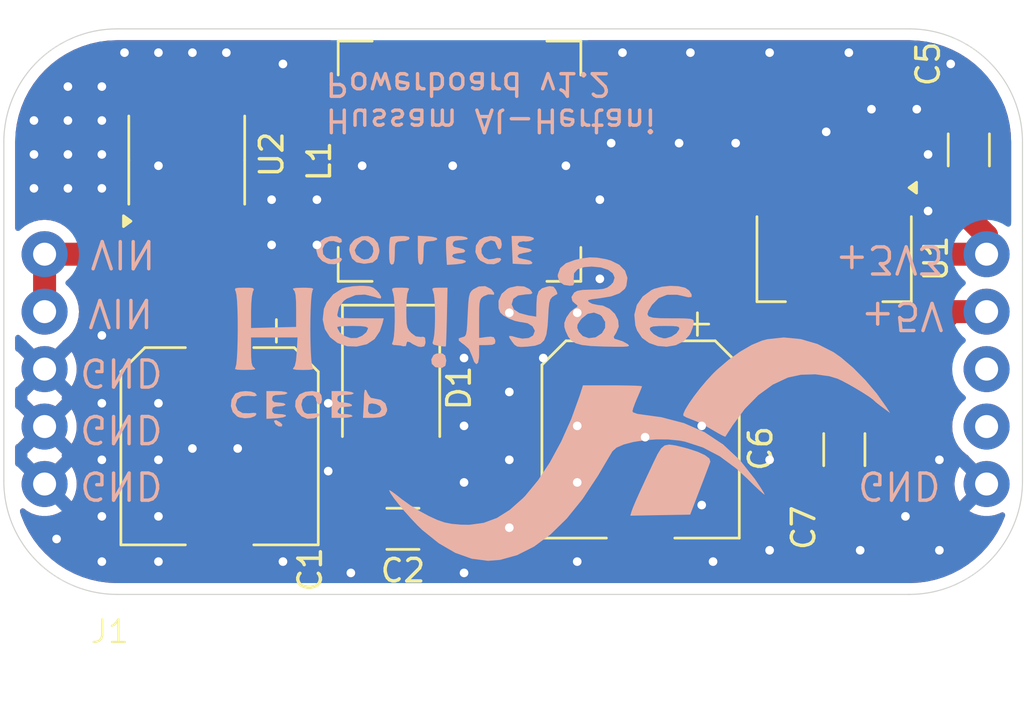
<source format=kicad_pcb>
(kicad_pcb (version 20240108) (generator "pcbnew") (generator_version "8.0")
  (layers (0 "F.Cu" signal) (31 "B.Cu" signal) (34 "B.Paste" user) (35 "F.Paste" user) (36 "B.SilkS" user "B.Silkscreen") (37 "F.SilkS" user "F.Silkscreen") (38 "B.Mask" user) (39 "F.Mask" user) (44 "Edge.Cuts" user))
  (net 0 "")
  (net 1 "VIN")
  (net 2 "GND")
  (net 3 "+3V3")
  (net 4 "+5V")
  (net 5 "/POWA")
  (footprint "Capacitor_SMD:C_1206_3216Metric_Pad1.33x1.80mm_HandSolder" (layer "F.Cu") (at 142.8 65.3 -90)
    (property "Reference" "C5" (at -3.8 1.8 90) (layer "F.SilkS"))
    (property "Value" "22u")
    (fp_line (start -0.711252 0.91) (end 0.711252 0.91) (stroke (width 0.12)) (layer "F.SilkS"))
    (fp_line (start -0.711252 -0.91) (end 0.711252 -0.91) (stroke (width 0.12)) (layer "F.SilkS"))
    (pad "1" smd roundrect (at -1.5625 0 270) (size 1.325 1.8) (layers "F.Cu" "F.Paste" "F.Mask") (roundrect_rratio 0.1886792453) (net 2 "GND"))
    (pad "2" smd roundrect (at 1.5625 0 270) (size 1.325 1.8) (layers "F.Cu" "F.Paste" "F.Mask") (roundrect_rratio 0.1886792453) (net 3 "+3V3"))
  )
  (footprint "Capacitor_SMD:CP_Elec_8x10.5" (layer "F.Cu") (at 109.7 78.4 -90)
    (property "Reference" "C1" (at 5.45 -4 90) (layer "F.SilkS"))
    (property "Value" "330u")
    (fp_line (start -3.295563 4.36) (end 4.36 4.36) (stroke (width 0.12)) (layer "F.SilkS"))
    (fp_line (start 4.36 4.36) (end 4.36 1.51) (stroke (width 0.12)) (layer "F.SilkS"))
    (fp_line (start -4.36 3.295563) (end -3.295563 4.36) (stroke (width 0.12)) (layer "F.SilkS"))
    (fp_line (start -4.36 3.295563) (end -4.36 1.51) (stroke (width 0.12)) (layer "F.SilkS"))
    (fp_line (start -5.6 -2.51) (end -4.6 -2.51) (stroke (width 0.12)) (layer "F.SilkS"))
    (fp_line (start -5.1 -3.01) (end -5.1 -2.01) (stroke (width 0.12)) (layer "F.SilkS"))
    (fp_line (start -4.36 -3.295563) (end -4.36 -1.51) (stroke (width 0.12)) (layer "F.SilkS"))
    (fp_line (start -4.36 -3.295563) (end -3.295563 -4.36) (stroke (width 0.12)) (layer "F.SilkS"))
    (fp_line (start -3.295563 -4.36) (end 4.36 -4.36) (stroke (width 0.12)) (layer "F.SilkS"))
    (fp_line (start 4.36 -4.36) (end 4.36 -1.51) (stroke (width 0.12)) (layer "F.SilkS"))
    (pad "1" smd roundrect (at -3.7 0 270) (size 4.4 2.5) (layers "F.Cu" "F.Paste" "F.Mask") (roundrect_rratio 0.1) (net 1 "VIN"))
    (pad "2" smd roundrect (at 3.7 0 270) (size 4.4 2.5) (layers "F.Cu" "F.Paste" "F.Mask") (roundrect_rratio 0.1) (net 2 "GND"))
  )
  (footprint "Inductor_SMD:L_Bourns-SRN1060" (layer "F.Cu") (at 120.3 65.8 90)
    (property "Reference" "L1" (at 0 -6.2 -90) (layer "F.SilkS"))
    (property "Value" "47u")
    (fp_line (start 5.31 -5.36) (end 3.81 -5.36) (stroke (width 0.12)) (layer "F.SilkS"))
    (fp_line (start 5.31 -5.36) (end 5.31 -3.86) (stroke (width 0.12)) (layer "F.SilkS"))
    (fp_line (start -5.31 -5.36) (end -3.81 -5.36) (stroke (width 0.12)) (layer "F.SilkS"))
    (fp_line (start -5.31 -5.36) (end -5.31 -3.86) (stroke (width 0.12)) (layer "F.SilkS"))
    (fp_line (start 5.31 5.36) (end 5.31 3.86) (stroke (width 0.12)) (layer "F.SilkS"))
    (fp_line (start 5.31 5.36) (end 3.81 5.36) (stroke (width 0.12)) (layer "F.SilkS"))
    (fp_line (start -5.31 5.36) (end -5.31 3.86) (stroke (width 0.12)) (layer "F.SilkS"))
    (fp_line (start -5.31 5.36) (end -3.81 5.36) (stroke (width 0.12)) (layer "F.SilkS"))
    (pad "1" smd rect (at -3.3 0 90) (size 3.5 10.2) (layers "F.Cu" "F.Paste" "F.Mask") (net 5 "/POWA"))
    (pad "2" smd rect (at 3.3 0 90) (size 3.5 10.2) (layers "F.Cu" "F.Paste" "F.Mask") (net 4 "+5V"))
  )
  (footprint "Diode_SMD:D_SMB" (layer "F.Cu") (at 117.2775 75.8225 -90)
    (property "Reference" "D1" (at 0 -3 90) (layer "F.SilkS"))
    (property "Value" "B220")
    (fp_line (start -3.66 2.15) (end 2.15 2.15) (stroke (width 0.12)) (layer "F.SilkS"))
    (fp_line (start -3.66 -2.15) (end -3.66 2.15) (stroke (width 0.12)) (layer "F.SilkS"))
    (fp_line (start -3.66 -2.15) (end 2.15 -2.15) (stroke (width 0.12)) (layer "F.SilkS"))
    (pad "1" smd roundrect (at -2.15 0 270) (size 2.5 2.3) (layers "F.Cu" "F.Paste" "F.Mask") (roundrect_rratio 0.1086956522) (net 5 "/POWA"))
    (pad "2" smd roundrect (at 2.15 0 270) (size 2.5 2.3) (layers "F.Cu" "F.Paste" "F.Mask") (roundrect_rratio 0.1086956522) (net 2 "GND"))
  )
  (footprint "Capacitor_SMD:C_1206_3216Metric_Pad1.33x1.80mm_HandSolder" (layer "F.Cu") (at 117.8 82.05 180)
    (property "Reference" "C2" (at 0 -1.85 180) (layer "F.SilkS"))
    (property "Value" "0.1u")
    (fp_line (start -0.711252 0.91) (end 0.711252 0.91) (stroke (width 0.12)) (layer "F.SilkS"))
    (fp_line (start -0.711252 -0.91) (end 0.711252 -0.91) (stroke (width 0.12)) (layer "F.SilkS"))
    (pad "1" smd roundrect (at -1.5625 0 180) (size 1.325 1.8) (layers "F.Cu" "F.Paste" "F.Mask") (roundrect_rratio 0.1886792453) (net 2 "GND"))
    (pad "2" smd roundrect (at 1.5625 0 180) (size 1.325 1.8) (layers "F.Cu" "F.Paste" "F.Mask") (roundrect_rratio 0.1886792453) (net 1 "VIN"))
  )
  (footprint "Capacitor_SMD:C_1206_3216Metric_Pad1.33x1.80mm_HandSolder" (layer "F.Cu") (at 137.3 78.55 90)
    (property "Reference" "C7" (at -3.45 -1.8 -90) (layer "F.SilkS"))
    (property "Value" "0.1u")
    (fp_line (start -0.711252 -0.91) (end 0.711252 -0.91) (stroke (width 0.12)) (layer "F.SilkS"))
    (fp_line (start -0.711252 0.91) (end 0.711252 0.91) (stroke (width 0.12)) (layer "F.SilkS"))
    (pad "1" smd roundrect (at -1.5625 0 90) (size 1.325 1.8) (layers "F.Cu" "F.Paste" "F.Mask") (roundrect_rratio 0.1886792453) (net 2 "GND"))
    (pad "2" smd roundrect (at 1.5625 0 90) (size 1.325 1.8) (layers "F.Cu" "F.Paste" "F.Mask") (roundrect_rratio 0.1886792453) (net 4 "+5V"))
  )
  (footprint "myparts:PowerBoardTemplate" (layer "F.Cu") (at 125.17 72.45)
    (property "Reference" "J1" (at -20.32 14.145 0) (layer "F.SilkS") (effects (font (thickness 0.1))))
    (property "Value" "PowerBoard")
    (fp_line (start -25 7.5) (end -25 -7.5) (stroke (width 0.05)) (layer "Edge.Cuts"))
    (fp_line (start -20 -12.5) (end 15 -12.5) (stroke (width 0.05)) (layer "Edge.Cuts"))
    (fp_line (start 15 12.5) (end -20 12.5) (stroke (width 0.05)) (layer "Edge.Cuts"))
    (fp_line (start 20 -7.5) (end 20 7.5) (stroke (width 0.05)) (layer "Edge.Cuts"))
    (fp_arc (start -25 -7.5) (mid -23.535534 -11.035534) (end -20 -12.5) (stroke (width 0.05)) (layer "Edge.Cuts"))
    (fp_arc (start -20 12.5) (mid -23.535534 11.035534) (end -25 7.5) (stroke (width 0.05)) (layer "Edge.Cuts"))
    (fp_arc (start 15 -12.5) (mid 18.535534 -11.035534) (end 20 -7.5) (stroke (width 0.05)) (layer "Edge.Cuts"))
    (fp_arc (start 20 7.5) (mid 18.535534 11.035534) (end 15 12.5) (stroke (width 0.05)) (layer "Edge.Cuts"))
    (pad "1" thru_hole circle (at -23.2 -2.54) (size 2.032 2.032) (drill 1.016) (layers "*.Cu" "*.Mask") (net 1 "VIN"))
    (pad "2" thru_hole circle (at -23.2 0) (size 2.032 2.032) (drill 1.016) (layers "*.Cu" "*.Mask") (net 1 "VIN"))
    (pad "3" thru_hole circle (at -23.2 2.54) (size 2.032 2.032) (drill 1.016) (layers "*.Cu" "*.Mask") (net 2 "GND"))
    (pad "4" thru_hole circle (at -23.2 5.08) (size 2.032 2.032) (drill 1.016) (layers "*.Cu" "*.Mask") (net 2 "GND"))
    (pad "5" thru_hole circle (at -23.2 7.62) (size 2.032 2.032) (drill 1.016) (layers "*.Cu" "*.Mask") (net 2 "GND"))
    (pad "6" thru_hole circle (at 18.415 7.62) (size 2.032 2.032) (drill 1.016) (layers "*.Cu" "*.Mask") (net 2 "GND"))
    (pad "7" thru_hole circle (at 18.415 5.08) (size 2.032 2.032) (drill 1.016) (layers "*.Cu" "*.Mask"))
    (pad "8" thru_hole circle (at 18.415 2.54) (size 2.032 2.032) (drill 1.016) (layers "*.Cu" "*.Mask"))
    (pad "9" thru_hole circle (at 18.415 0) (size 2.032 2.032) (drill 1.016) (layers "*.Cu" "*.Mask") (net 4 "+5V"))
    (pad "10" thru_hole circle (at 18.415 -2.54) (size 2.032 2.032) (drill 1.016) (layers "*.Cu" "*.Mask") (net 3 "+3V3"))
  )
  (footprint "Package_TO_SOT_SMD:SOT-223-3_TabPin2" (layer "F.Cu") (at 136.85 70.1 -90)
    (property "Reference" "U1" (at 0 -4.5 90) (layer "F.SilkS"))
    (property "Value" "LM1117MP-3.3")
    (fp_line (start -1.85 3.41) (end 1.91 3.41) (stroke (width 0.12)) (layer "F.SilkS"))
    (fp_line (start 1.91 3.41) (end 1.91 2.15) (stroke (width 0.12)) (layer "F.SilkS"))
    (fp_line (start -1.85 -3.41) (end 1.91 -3.41) (stroke (width 0.12)) (layer "F.SilkS"))
    (fp_line (start 1.91 -3.41) (end 1.91 -2.15) (stroke (width 0.12)) (layer "F.SilkS"))
    (fp_poly (pts (xy -3.13 -3.31) (xy -3.37 -3.64) (xy -2.89 -3.64) (xy -3.13 -3.31)) (stroke (width 0.12)) (fill solid) (layer "F.SilkS"))
    (pad "1" smd roundrect (at -3.15 -2.3 270) (size 2 1.5) (layers "F.Cu" "F.Paste" "F.Mask") (net 2 "GND"))
    (pad "2" smd roundrect (at -3.15 0 270) (size 2 1.5) (layers "F.Cu" "F.Paste" "F.Mask") (net 3 "+3V3"))
    (pad "2" smd roundrect (at 3.15 0 270) (size 2 3.8) (layers "F.Cu" "F.Paste" "F.Mask") (net 3 "+3V3"))
    (pad "3" smd roundrect (at -3.15 2.3 270) (size 2 1.5) (layers "F.Cu" "F.Paste" "F.Mask") (net 4 "+5V"))
  )
  (footprint "Capacitor_SMD:CP_Elec_8x10.5" (layer "F.Cu") (at 128.3 78.1 -90)
    (property "Reference" "C6" (at 0.4 -5.3 90) (layer "F.SilkS"))
    (property "Value" "330u")
    (fp_line (start -3.295563 4.36) (end 4.36 4.36) (stroke (width 0.12)) (layer "F.SilkS"))
    (fp_line (start 4.36 4.36) (end 4.36 1.51) (stroke (width 0.12)) (layer "F.SilkS"))
    (fp_line (start -4.36 3.295563) (end -3.295563 4.36) (stroke (width 0.12)) (layer "F.SilkS"))
    (fp_line (start -4.36 3.295563) (end -4.36 1.51) (stroke (width 0.12)) (layer "F.SilkS"))
    (fp_line (start -5.6 -2.51) (end -4.6 -2.51) (stroke (width 0.12)) (layer "F.SilkS"))
    (fp_line (start -5.1 -3.01) (end -5.1 -2.01) (stroke (width 0.12)) (layer "F.SilkS"))
    (fp_line (start -4.36 -3.295563) (end -4.36 -1.51) (stroke (width 0.12)) (layer "F.SilkS"))
    (fp_line (start -4.36 -3.295563) (end -3.295563 -4.36) (stroke (width 0.12)) (layer "F.SilkS"))
    (fp_line (start -3.295563 -4.36) (end 4.36 -4.36) (stroke (width 0.12)) (layer "F.SilkS"))
    (fp_line (start 4.36 -4.36) (end 4.36 -1.51) (stroke (width 0.12)) (layer "F.SilkS"))
    (pad "1" smd roundrect (at -3.7 0 270) (size 4.4 2.5) (layers "F.Cu" "F.Paste" "F.Mask") (roundrect_rratio 0.1) (net 4 "+5V"))
    (pad "2" smd roundrect (at 3.7 0 270) (size 4.4 2.5) (layers "F.Cu" "F.Paste" "F.Mask") (roundrect_rratio 0.1) (net 2 "GND"))
  )
  (footprint "Package_SO:SOP-8_3.9x4.9mm_P1.27mm" (layer "F.Cu") (at 108.25 65.75 90)
    (property "Reference" "U2" (at 0.25 3.75 90) (layer "F.SilkS"))
    (property "Value" "AP1509-50SG-13")
    (fp_line (start 0 -2.56) (end 1.95 -2.56) (stroke (width 0.12)) (layer "F.SilkS"))
    (fp_line (start 0 -2.56) (end -1.95 -2.56) (stroke (width 0.12)) (layer "F.SilkS"))
    (fp_line (start 0 2.56) (end 1.95 2.56) (stroke (width 0.12)) (layer "F.SilkS"))
    (fp_line (start 0 2.56) (end -1.95 2.56) (stroke (width 0.12)) (layer "F.SilkS"))
    (fp_poly (pts (xy -2.7 -2.465) (xy -2.94 -2.795) (xy -2.46 -2.795) (xy -2.7 -2.465)) (stroke (width 0.12)) (fill solid) (layer "F.SilkS"))
    (pad "1" smd roundrect (at -2.625 -1.905 90) (size 1.65 0.6) (layers "F.Cu" "F.Paste" "F.Mask") (net 1 "VIN"))
    (pad "2" smd roundrect (at -2.625 -0.635 90) (size 1.65 0.6) (layers "F.Cu" "F.Paste" "F.Mask") (net 5 "/POWA"))
    (pad "3" smd roundrect (at -2.625 0.635 90) (size 1.65 0.6) (layers "F.Cu" "F.Paste" "F.Mask") (net 4 "+5V"))
    (pad "4" smd roundrect (at -2.625 1.905 90) (size 1.65 0.6) (layers "F.Cu" "F.Paste" "F.Mask") (net 2 "GND"))
    (pad "5" smd roundrect (at 2.625 1.905 90) (size 1.65 0.6) (layers "F.Cu" "F.Paste" "F.Mask") (net 2 "GND"))
    (pad "6" smd roundrect (at 2.625 0.635 90) (size 1.65 0.6) (layers "F.Cu" "F.Paste" "F.Mask") (net 2 "GND"))
    (pad "7" smd roundrect (at 2.625 -0.635 90) (size 1.65 0.6) (layers "F.Cu" "F.Paste" "F.Mask") (net 2 "GND"))
    (pad "8" smd roundrect (at 2.625 -1.905 90) (size 1.65 0.6) (layers "F.Cu" "F.Paste" "F.Mask") (net 2 "GND"))
  )
  (footprint "logos:heritage-logo" (layer "B.Cu") (at 124.3 76.3)
    (property "Reference" "G***" (hide yes))
    (property "Value" "LOGO" (hide yes))
    (fp_poly (pts (xy -11.851975 1.226827) (xy -11.826602 1.140513) (xy -11.911767 1.052898) (xy -12.094428 0.945243) (xy -12.184465 0.964965) (xy -12.192 1.005633) (xy -12.127249 1.130936) (xy -11.987743 1.223178) (xy -11.8556 1.228936)) (fill solid) (layer "B.SilkS"))
    (fp_poly (pts (xy -4.622485 -1.458229) (xy -4.584874 -1.675991) (xy -4.587759 -1.713918) (xy -4.633788 -1.91397) (xy -4.747001 -1.999623) (xy -4.826595 -2.014472) (xy -5.030196 -1.994721) (xy -5.144095 -1.934039) (xy -5.248309 -1.740397) (xy -5.225812 -1.544079) (xy -5.088716 -1.407174) (xy -5.037856 -1.389482) (xy -4.770974 -1.364532)) (fill solid) (layer "B.SilkS"))
    (fp_poly (pts (xy -5.641257 -5.96568) (xy -5.601664 -6.103981) (xy -5.58825 -6.373459) (xy -5.588 -6.434667) (xy -5.584665 -6.718667) (xy -5.552078 -6.87483) (xy -5.456367 -6.944588) (xy -5.26366 -6.969374) (xy -5.145139 -6.976369) (xy -5.007618 -7.025636) (xy -4.975806 -7.069667) (xy -5.03872 -7.121108) (xy -5.224815 -7.163038) (xy -5.3975 -7.179925) (xy -5.842 -7.205516) (xy -5.842 -6.566091) (xy -5.835423 -6.229814) (xy -5.811647 -6.031939) (xy -5.764599 -5.9419) (xy -5.715 -5.926667)) (fill solid) (layer "B.SilkS"))
    (fp_poly (pts (xy -6.911257 -5.96568) (xy -6.871664 -6.103981) (xy -6.85825 -6.373459) (xy -6.858 -6.434667) (xy -6.854627 -6.719232) (xy -6.821259 -6.875767) (xy -6.723018 -6.945504) (xy -6.52503 -6.969677) (xy -6.399811 -6.976369) (xy -6.247741 -7.031985) (xy -6.202255 -7.090834) (xy -6.236818 -7.158986) (xy -6.411035 -7.191862) (xy -6.582833 -7.196667) (xy -6.835799 -7.186044) (xy -7.012913 -7.159011) (xy -7.055555 -7.140222) (xy -7.083949 -7.032773) (xy -7.10422 -6.805198) (xy -7.112 -6.506662) (xy -7.112 -6.505222) (xy -7.104219 -6.187612) (xy -7.076295 -6.007511) (xy -7.021357 -5.933615) (xy -6.985 -5.926667)) (fill solid) (layer "B.SilkS"))
    (fp_poly (pts (xy -4.604029 -2.310415) (xy -4.595678 -2.397127) (xy -4.585315 -2.623541) (xy -4.573998 -2.960053) (xy -4.562783 -3.377059) (xy -4.55725 -3.620257) (xy -4.529666 -4.910903) (xy -4.892479 -4.910785) (xy -5.114626 -4.903591) (xy -5.201614 -4.868702) (xy -5.187456 -4.785861) (xy -5.167645 -4.7469) (xy -5.128179 -4.585213) (xy -5.100711 -4.300267) (xy -5.085433 -3.937723) (xy -5.082533 -3.543245) (xy -5.0922 -3.162493) (xy -5.114626 -2.841129) (xy -5.149998 -2.624816) (xy -5.158726 -2.597959) (xy -5.195429 -2.459223) (xy -5.139619 -2.388549) (xy -4.954997 -2.345105) (xy -4.930338 -2.341057) (xy -4.725554 -2.313247) (xy -4.610842 -2.308021)) (fill solid) (layer "B.SilkS"))
    (fp_poly (pts (xy 4.867033 5.145682) (xy 6.190861 5.122333) (xy 6.613631 4.021666) (xy 6.77119 3.609931) (xy 6.909072 3.246745) (xy 7.014671 2.965528) (xy 7.075377 2.799699) (xy 7.082516 2.778796) (xy 7.041866 2.644725) (xy 6.850942 2.497634) (xy 6.527299 2.347043) (xy 6.088489 2.202472) (xy 5.951701 2.165487) (xy 5.54964 2.065975) (xy 5.266132 2.025405) (xy 5.063559 2.062338) (xy 4.904301 2.19534) (xy 4.75074 2.442975) (xy 4.565257 2.823805) (xy 4.549365 2.8575) (xy 4.226038 3.547212) (xy 3.973741 4.094776) (xy 3.788213 4.509718) (xy 3.665193 4.801563) (xy 3.601466 4.976349) (xy 3.543204 5.169031)) (fill solid) (layer "B.SilkS"))
    (fp_poly (pts (xy -9.274356 -6.040743) (xy -9.187848 -6.152888) (xy -9.231651 -6.227014) (xy -9.366836 -6.23082) (xy -9.45975 -6.194587) (xy -9.678117 -6.161139) (xy -9.894558 -6.242886) (xy -10.023143 -6.397176) (xy -10.04495 -6.636425) (xy -9.948546 -6.838289) (xy -9.773056 -6.963473) (xy -9.557606 -6.972684) (xy -9.480917 -6.94173) (xy -9.30351 -6.88799) (xy -9.198174 -6.926225) (xy -9.204974 -7.034367) (xy -9.234922 -7.077205) (xy -9.420523 -7.182179) (xy -9.678218 -7.191735) (xy -9.944727 -7.112177) (xy -10.121515 -6.988849) (xy -10.265902 -6.782502) (xy -10.329211 -6.569339) (xy -10.329333 -6.561667) (xy -10.254633 -6.292711) (xy -10.062235 -6.084194) (xy -9.799693 -5.959597) (xy -9.514558 -5.9424)) (fill solid) (layer "B.SilkS"))
    (fp_poly (pts (xy -13.231986 0.843006) (xy -13.040214 0.771434) (xy -12.974346 0.696251) (xy -12.99375 0.631056) (xy -13.133449 0.623148) (xy -13.270318 0.641247) (xy -13.578368 0.634754) (xy -13.791111 0.514742) (xy -13.883419 0.297033) (xy -13.885333 0.254) (xy -13.815339 0.022905) (xy -13.62159 -0.110823) (xy -13.328435 -0.13191) (xy -13.281127 -0.125051) (xy -13.061325 -0.106926) (xy -12.957462 -0.139866) (xy -12.954 -0.152833) (xy -13.027637 -0.254784) (xy -13.212057 -0.317678) (xy -13.452526 -0.338197) (xy -13.694306 -0.313022) (xy -13.882663 -0.238834) (xy -13.916072 -0.211166) (xy -14.072003 0.042463) (xy -14.10273 0.326366) (xy -14.017403 0.589822) (xy -13.825172 0.782106) (xy -13.729171 0.82493) (xy -13.482607 0.864413)) (fill solid) (layer "B.SilkS"))
    (fp_poly (pts (xy -2.247023 -6.040743) (xy -2.155587 -6.150673) (xy -2.200205 -6.218425) (xy -2.349057 -6.224009) (xy -2.48029 -6.187273) (xy -2.723777 -6.162337) (xy -2.911024 -6.259279) (xy -3.020293 -6.434197) (xy -3.029848 -6.643188) (xy -2.917951 -6.842351) (xy -2.836987 -6.907691) (xy -2.605529 -7.00135) (xy -2.437402 -6.950944) (xy -2.356067 -6.775157) (xy -2.29981 -6.632799) (xy -2.243666 -6.597293) (xy -2.160627 -6.666314) (xy -2.1316 -6.824766) (xy -2.162466 -6.999733) (xy -2.205201 -7.074327) (xy -2.3833 -7.173125) (xy -2.641305 -7.194148) (xy -2.910721 -7.141173) (xy -3.116702 -7.024035) (xy -3.276922 -6.772042) (xy -3.299552 -6.482529) (xy -3.186946 -6.212921) (xy -3.078915 -6.102145) (xy -2.783139 -5.955447) (xy -2.474495 -5.943603)) (fill solid) (layer "B.SilkS"))
    (fp_poly (pts (xy -10.427919 0.866001) (xy -10.377542 0.8489) (xy -10.197413 0.75305) (xy -10.175836 0.677945) (xy -10.302042 0.642284) (xy -10.49032 0.653085) (xy -10.718849 0.666889) (xy -10.847584 0.613959) (xy -10.920853 0.510142) (xy -10.985437 0.257699) (xy -10.926965 0.030269) (xy -10.763099 -0.117216) (xy -10.713856 -0.133682) (xy -10.474112 -0.146005) (xy -10.349143 -0.033944) (xy -10.329333 0.089663) (xy -10.2751 0.224149) (xy -10.202333 0.254) (xy -10.107921 0.186521) (xy -10.073469 0.03022) (xy -10.098093 -0.145704) (xy -10.180908 -0.272051) (xy -10.209258 -0.287275) (xy -10.504879 -0.341378) (xy -10.81347 -0.308436) (xy -11.057768 -0.198779) (xy -11.091333 -0.169334) (xy -11.245569 0.080744) (xy -11.261801 0.345577) (xy -11.164091 0.590843) (xy -10.9765 0.782218) (xy -10.723089 0.885378)) (fill solid) (layer "B.SilkS"))
    (fp_poly (pts (xy -12.064967 0.859989) (xy -11.797778 0.824429) (xy -11.66656 0.77109) (xy -11.679109 0.717857) (xy -11.843224 0.682617) (xy -11.98533 0.677333) (xy -12.187464 0.657674) (xy -12.267963 0.581295) (xy -12.276666 0.508) (xy -12.243518 0.391292) (xy -12.114111 0.344202) (xy -11.980333 0.338666) (xy -11.784466 0.317401) (xy -11.686559 0.265111) (xy -11.684 0.254) (xy -11.758429 0.198038) (xy -11.941443 0.170064) (xy -11.980333 0.169333) (xy -12.184572 0.150391) (xy -12.26698 0.076444) (xy -12.276666 0) (xy -12.248266 -0.110784) (xy -12.133477 -0.159746) (xy -11.938 -0.169334) (xy -11.725926 -0.188112) (xy -11.607969 -0.235021) (xy -11.599333 -0.254) (xy -11.675885 -0.300367) (xy -11.873358 -0.33112) (xy -12.065 -0.338667) (xy -12.530666 -0.338667) (xy -12.530782 0.275166) (xy -12.530897 0.889)) (fill solid) (layer "B.SilkS"))
    (fp_poly (pts (xy -7.839835 -6.021122) (xy -7.634362 -6.184175) (xy -7.544189 -6.468191) (xy -7.538026 -6.582834) (xy -7.60468 -6.876463) (xy -7.784644 -7.083989) (xy -8.038172 -7.191749) (xy -8.32552 -7.186082) (xy -8.606941 -7.053323) (xy -8.691643 -6.979388) (xy -8.840042 -6.790343) (xy -8.870968 -6.599127) (xy -8.866081 -6.566368) (xy -8.628077 -6.566368) (xy -8.523939 -6.778625) (xy -8.450702 -6.854702) (xy -8.291748 -6.988939) (xy -8.17594 -7.011414) (xy -8.025444 -6.928841) (xy -7.977505 -6.895533) (xy -7.832701 -6.718797) (xy -7.80566 -6.513125) (xy -7.874378 -6.321907) (xy -8.016849 -6.18853) (xy -8.211069 -6.156383) (xy -8.33159 -6.197368) (xy -8.563992 -6.372792) (xy -8.628077 -6.566368) (xy -8.866081 -6.566368) (xy -8.855237 -6.493688) (xy -8.748378 -6.198868) (xy -8.555051 -6.031828) (xy -8.246495 -5.970517) (xy -8.170954 -5.969)) (fill solid) (layer "B.SilkS"))
    (fp_poly (pts (xy -0.798257 -5.965783) (xy -0.781081 -6.027776) (xy -0.881579 -6.10675) (xy -1.08269 -6.159604) (xy -1.128378 -6.164611) (xy -1.363582 -6.21839) (xy -1.443327 -6.305268) (xy -1.368353 -6.392951) (xy -1.139397 -6.449144) (xy -1.121833 -6.450723) (xy -0.917593 -6.487597) (xy -0.809484 -6.546056) (xy -0.804333 -6.561667) (xy -0.879225 -6.622329) (xy -1.064892 -6.666525) (xy -1.121833 -6.672611) (xy -1.358075 -6.723058) (xy -1.439331 -6.820193) (xy -1.439333 -6.820778) (xy -1.366695 -6.924631) (xy -1.181473 -6.960804) (xy -1.070732 -6.94977) (xy -0.936636 -6.962286) (xy -0.836669 -6.988173) (xy -0.711686 -7.055486) (xy -0.735616 -7.119491) (xy -0.888197 -7.169618) (xy -1.149163 -7.195296) (xy -1.236372 -7.196667) (xy -1.700752 -7.196667) (xy -1.675876 -6.582834) (xy -1.651 -5.969) (xy -1.19787 -5.94311) (xy -0.92782 -5.937904)) (fill solid) (layer "B.SilkS"))
    (fp_poly (pts (xy -8.931318 0.832748) (xy -8.762177 0.796844) (xy -8.720666 0.762) (xy -8.795868 0.709375) (xy -8.984112 0.679733) (xy -9.065541 0.677333) (xy -9.2866 0.664476) (xy -9.377645 0.613976) (xy -9.381528 0.529166) (xy -9.284434 0.401622) (xy -9.184819 0.368833) (xy -8.958287 0.353502) (xy -8.863836 0.347666) (xy -8.746232 0.316373) (xy -8.759117 0.260898) (xy -8.870501 0.204737) (xy -9.04839 0.171385) (xy -9.106663 0.169333) (xy -9.308797 0.149674) (xy -9.389296 0.073295) (xy -9.398 0) (xy -9.37342 -0.105285) (xy -9.271066 -0.155417) (xy -9.048019 -0.169223) (xy -9.012003 -0.169334) (xy -8.776679 -0.185436) (xy -8.675633 -0.229652) (xy -8.678333 -0.254) (xy -8.785819 -0.301097) (xy -9.006333 -0.331836) (xy -9.19133 -0.338667) (xy -9.652 -0.338667) (xy -9.652 0.254) (xy -9.652 0.846666) (xy -9.186333 0.846666)) (fill solid) (layer "B.SilkS"))
    (fp_poly (pts (xy -7.49179 0.817995) (xy -7.28932 0.722872) (xy -7.203385 0.547639) (xy -7.196666 0.454781) (xy -7.271375 0.21019) (xy -7.471168 0.048399) (xy -7.71281 0) (xy -7.921608 -0.043102) (xy -8.038034 -0.198133) (xy -8.043333 -0.211667) (xy -8.128118 -0.387067) (xy -8.185208 -0.395523) (xy -8.214056 -0.237238) (xy -8.217289 -0.148167) (xy -8.225838 0.122775) (xy -8.240918 0.434804) (xy -8.243578 0.479778) (xy -8.043333 0.479778) (xy -8.024037 0.304943) (xy -7.993244 0.232133) (xy -7.869491 0.205069) (xy -7.684286 0.239057) (xy -7.525907 0.316069) (xy -7.50914 0.330993) (xy -7.45331 0.471757) (xy -7.532036 0.598997) (xy -7.71273 0.672045) (xy -7.786676 0.677333) (xy -7.970397 0.654176) (xy -8.037759 0.559248) (xy -8.043333 0.479778) (xy -8.243578 0.479778) (xy -8.243995 0.486833) (xy -8.266079 0.846666) (xy -7.832973 0.846666)) (fill solid) (layer "B.SilkS"))
    (fp_poly (pts (xy -4.139826 -5.943677) (xy -3.868596 -5.979818) (xy -3.727733 -6.036976) (xy -3.727443 -6.098965) (xy -3.877934 -6.149598) (xy -4.0005 -6.164611) (xy -4.236189 -6.217918) (xy -4.328248 -6.303733) (xy -4.274851 -6.387095) (xy -4.07417 -6.433042) (xy -4.014611 -6.434667) (xy -3.804989 -6.465737) (xy -3.742733 -6.537264) (xy -3.822409 -6.61672) (xy -4.038587 -6.671576) (xy -4.054455 -6.673245) (xy -4.247951 -6.717473) (xy -4.304376 -6.810387) (xy -4.300775 -6.842578) (xy -4.269244 -6.934754) (xy -4.189504 -6.983589) (xy -4.014545 -7.007342) (xy -3.852333 -7.01675) (xy -3.669723 -7.045046) (xy -3.630603 -7.093104) (xy -3.712947 -7.14493) (xy -3.894728 -7.184531) (xy -4.100125 -7.196667) (xy -4.382336 -7.184391) (xy -4.532783 -7.140757) (xy -4.586958 -7.059562) (xy -4.597171 -6.903547) (xy -4.595011 -6.643492) (xy -4.585437 -6.420406) (xy -4.55654 -5.918354)) (fill solid) (layer "B.SilkS"))
    (fp_poly (pts (xy -5.555778 -2.319019) (xy -5.506017 -2.450683) (xy -5.503333 -2.528259) (xy -5.522781 -2.697841) (xy -5.610917 -2.743655) (xy -5.709945 -2.731022) (xy -5.931454 -2.758059) (xy -6.133278 -2.908248) (xy -6.235574 -3.023024) (xy -6.29942 -3.146145) (xy -6.333786 -3.319336) (xy -6.347644 -3.584321) (xy -6.35 -3.916218) (xy -6.33839 -4.350413) (xy -6.304917 -4.652831) (xy -6.251612 -4.805613) (xy -6.2484 -4.809067) (xy -6.223959 -4.86941) (xy -6.32022 -4.900934) (xy -6.560321 -4.910625) (xy -6.584971 -4.910667) (xy -6.839518 -4.906851) (xy -6.959544 -4.881232) (xy -6.979857 -4.812549) (xy -6.940571 -4.693488) (xy -6.901299 -4.500772) (xy -6.87513 -4.194305) (xy -6.861957 -3.819748) (xy -6.861673 -3.422763) (xy -6.87417 -3.049009) (xy -6.899341 -2.744149) (xy -6.937079 -2.553844) (xy -6.945645 -2.534434) (xy -6.987131 -2.413122) (xy -6.903453 -2.373117) (xy -6.82557 -2.370667) (xy -6.605583 -2.350018) (xy -6.483925 -2.319275) (xy -6.370727 -2.327135) (xy -6.35 -2.403942) (xy -6.316667 -2.520467) (xy -6.205045 -2.506625) (xy -6.058651 -2.410307) (xy -5.845349 -2.309909) (xy -5.698818 -2.286)) (fill solid) (layer "B.SilkS"))
    (fp_poly (pts (xy -3.179744 -1.590387) (xy -3.136846 -1.815369) (xy -3.132666 -1.947334) (xy -3.132666 -2.370667) (xy -2.808111 -2.370667) (xy -2.552134 -2.3841) (xy -2.43205 -2.438609) (xy -2.415578 -2.555509) (xy -2.429713 -2.620506) (xy -2.487512 -2.719469) (xy -2.621331 -2.747712) (xy -2.801505 -2.731456) (xy -3.132666 -2.687038) (xy -3.132666 -3.5429) (xy -3.13014 -3.933707) (xy -3.117733 -4.190964) (xy -3.088207 -4.350434) (xy -3.034323 -4.447881) (xy -2.948841 -4.519067) (xy -2.93293 -4.529636) (xy -2.739107 -4.608991) (xy -2.594263 -4.607196) (xy -2.477069 -4.597838) (xy -2.4711 -4.68036) (xy -2.574183 -4.820883) (xy -2.610167 -4.855211) (xy -2.862121 -4.978846) (xy -3.15284 -4.963039) (xy -3.398453 -4.833787) (xy -3.486219 -4.749921) (xy -3.546305 -4.643697) (xy -3.586113 -4.480831) (xy -3.613046 -4.227042) (xy -3.634504 -3.848045) (xy -3.640666 -3.711953) (xy -3.660749 -3.296965) (xy -3.682066 -3.021436) (xy -3.711638 -2.855591) (xy -3.756489 -2.769653) (xy -3.823638 -2.733849) (xy -3.8735 -2.724612) (xy -4.034774 -2.669231) (xy -4.031946 -2.572274) (xy -3.865035 -2.433842) (xy -3.804243 -2.39662) (xy -3.58229 -2.194813) (xy -3.448016 -1.883834) (xy -3.351073 -1.621449) (xy -3.256401 -1.52469)) (fill solid) (layer "B.SilkS"))
    (fp_poly (pts (xy 7.741672 1.67922) (xy 7.795519 1.598714) (xy 7.913905 1.415852) (xy 8.061545 1.185333) (xy 8.601946 0.450767) (xy 9.200442 -0.156913) (xy 9.840834 -0.623672) (xy 10.506926 -0.935478) (xy 10.510949 -0.936847) (xy 11.086596 -1.060786) (xy 11.720439 -1.07923) (xy 12.339647 -0.99395) (xy 12.7 -0.88365) (xy 12.912138 -0.784912) (xy 13.197517 -0.632154) (xy 13.515829 -0.449493) (xy 13.826768 -0.261047) (xy 14.090024 -0.090932) (xy 14.265291 0.036734) (xy 14.308667 0.078862) (xy 14.396727 0.158896) (xy 14.573494 0.298712) (xy 14.688995 0.385476) (xy 15.02699 0.635) (xy 14.865795 0.381) (xy 14.436632 -0.224475) (xy 13.931412 -0.82216) (xy 13.38917 -1.371396) (xy 12.84894 -1.831525) (xy 12.521063 -2.061233) (xy 11.814415 -2.420476) (xy 11.07196 -2.638434) (xy 10.323258 -2.710367) (xy 9.59787 -2.631535) (xy 9.358078 -2.568405) (xy 8.905079 -2.379207) (xy 8.394605 -2.082425) (xy 7.869444 -1.706936) (xy 7.372384 -1.281616) (xy 7.196667 -1.109775) (xy 6.903886 -0.792675) (xy 6.616151 -0.448384) (xy 6.351944 -0.103243) (xy 6.129745 0.216406) (xy 5.968035 0.484223) (xy 5.885295 0.673868) (xy 5.889748 0.752953) (xy 6.018101 0.82548) (xy 6.232076 0.909714) (xy 6.275603 0.924075) (xy 6.5007 1.016975) (xy 6.80532 1.169618) (xy 7.126481 1.350283) (xy 7.150493 1.36469) (xy 7.41974 1.522138) (xy 7.626409 1.633674) (xy 7.734347 1.680062)) (fill solid) (layer "B.SilkS"))
    (fp_poly (pts (xy -8.089986 -2.410694) (xy -7.754073 -2.633616) (xy -7.518715 -2.986717) (xy -7.405431 -3.323167) (xy -7.347643 -3.556) (xy -8.372821 -3.556) (xy -8.804241 -3.557736) (xy -9.094221 -3.56594) (xy -9.270645 -3.58511) (xy -9.361396 -3.619744) (xy -9.394356 -3.674338) (xy -9.398 -3.72135) (xy -9.32042 -4.05036) (xy -9.11433 -4.328161) (xy -8.988619 -4.419281) (xy -8.593247 -4.580567) (xy -8.1843 -4.604653) (xy -7.72258 -4.492258) (xy -7.598833 -4.44476) (xy -7.475442 -4.429958) (xy -7.461085 -4.513198) (xy -7.551003 -4.667124) (xy -7.658485 -4.787515) (xy -7.802582 -4.905768) (xy -7.970353 -4.968228) (xy -8.219349 -4.990783) (xy -8.399318 -4.992019) (xy -8.729113 -4.971665) (xy -9.028249 -4.92249) (xy -9.186333 -4.873284) (xy -9.582009 -4.614575) (xy -9.870644 -4.262166) (xy -9.992718 -3.971715) (xy -10.044508 -3.498359) (xy -9.969971 -3.169434) (xy -9.398 -3.169434) (xy -9.320022 -3.191679) (xy -9.1128 -3.20843) (xy -8.816403 -3.216853) (xy -8.720666 -3.217334) (xy -8.362925 -3.209783) (xy -8.149025 -3.184336) (xy -8.054032 -3.136801) (xy -8.043333 -3.103456) (xy -8.1165 -2.941748) (xy -8.299477 -2.786758) (xy -8.535939 -2.685357) (xy -8.804991 -2.680988) (xy -9.072141 -2.771738) (xy -9.28559 -2.928519) (xy -9.39354 -3.122246) (xy -9.398 -3.169434) (xy -9.969971 -3.169434) (xy -9.948442 -3.074426) (xy -9.723774 -2.721982) (xy -9.389755 -2.46309) (xy -8.965638 -2.319814) (xy -8.539477 -2.306272)) (fill solid) (layer "B.SilkS"))
    (fp_poly (pts (xy 5.551787 -2.366312) (xy 5.896892 -2.536287) (xy 6.157282 -2.810083) (xy 6.211349 -2.908406) (xy 6.304088 -3.149724) (xy 6.349173 -3.357143) (xy 6.35 -3.378296) (xy 6.341643 -3.453235) (xy 6.29781 -3.503481) (xy 6.190356 -3.533955) (xy 5.991137 -3.54958) (xy 5.672011 -3.555279) (xy 5.334 -3.556) (xy 4.863256 -3.561) (xy 4.545259 -3.584026) (xy 4.363526 -3.637122) (xy 4.301576 -3.732329) (xy 4.342929 -3.881691) (xy 4.471103 -4.097249) (xy 4.511034 -4.157313) (xy 4.799012 -4.4468) (xy 5.171111 -4.595052) (xy 5.611302 -4.597378) (xy 5.839252 -4.546113) (xy 6.118646 -4.482204) (xy 6.25486 -4.501513) (xy 6.255275 -4.609769) (xy 6.147564 -4.785362) (xy 5.967884 -4.906014) (xy 5.67522 -4.974677) (xy 5.317977 -4.990629) (xy 4.944558 -4.953145) (xy 4.603366 -4.861502) (xy 4.488017 -4.810169) (xy 4.09137 -4.521376) (xy 3.833105 -4.147757) (xy 3.721837 -3.713274) (xy 3.766181 -3.241885) (xy 3.81679 -3.092285) (xy 4.402667 -3.092285) (xy 4.436335 -3.156978) (xy 4.55711 -3.195642) (xy 4.794645 -3.213816) (xy 5.072074 -3.217334) (xy 5.405788 -3.213788) (xy 5.601937 -3.197955) (xy 5.692228 -3.162039) (xy 5.708369 -3.098243) (xy 5.701041 -3.062691) (xy 5.584077 -2.894126) (xy 5.367066 -2.751479) (xy 5.118745 -2.674255) (xy 5.019501 -2.670998) (xy 4.795222 -2.73243) (xy 4.580544 -2.856757) (xy 4.433872 -3.004088) (xy 4.402667 -3.092285) (xy 3.81679 -3.092285) (xy 3.842754 -3.015534) (xy 4.059771 -2.691354) (xy 4.37596 -2.462679) (xy 4.754544 -2.331171) (xy 5.158745 -2.298494)) (fill solid) (layer "B.SilkS"))
    (fp_poly (pts (xy -1.003575 -2.303292) (xy -1.000337 -2.303526) (xy -0.659505 -2.344793) (xy -0.419206 -2.428878) (xy -0.260148 -2.582472) (xy -0.163039 -2.832262) (xy -0.108586 -3.204941) (xy -0.084666 -3.570317) (xy -0.062955 -3.963713) (xy -0.034976 -4.224656) (xy 0.013457 -4.389839) (xy 0.096533 -4.495958) (xy 0.228437 -4.579707) (xy 0.32436 -4.628249) (xy 0.31124 -4.702733) (xy 0.253053 -4.827771) (xy 0.148665 -4.954676) (xy -0.010205 -4.976602) (xy -0.112506 -4.960132) (xy -0.355415 -4.884826) (xy -0.503219 -4.753681) (xy -0.578362 -4.530094) (xy -0.603285 -4.17746) (xy -0.603569 -4.159201) (xy -0.611034 -3.628886) (xy -0.961683 -3.685246) (xy -1.350883 -3.789469) (xy -1.598059 -3.950548) (xy -1.692663 -4.161312) (xy -1.693333 -4.182585) (xy -1.621408 -4.418278) (xy -1.412112 -4.563185) (xy -1.089972 -4.610485) (xy -0.854519 -4.623748) (xy -0.775061 -4.67489) (xy -0.839549 -4.780943) (xy -0.916833 -4.855211) (xy -1.146776 -4.963759) (xy -1.454211 -4.983353) (xy -1.772197 -4.913426) (xy -1.881705 -4.863355) (xy -2.142135 -4.635936) (xy -2.277509 -4.330998) (xy -2.273015 -3.996762) (xy -2.203803 -3.814615) (xy -2.068577 -3.684907) (xy -1.831788 -3.550905) (xy -1.557788 -3.442171) (xy -1.310929 -3.38827) (xy -1.27227 -3.386667) (xy -0.991972 -3.335625) (xy -0.778654 -3.203457) (xy -0.679463 -3.021598) (xy -0.677333 -2.989981) (xy -0.749885 -2.798749) (xy -0.943693 -2.6842) (xy -1.222987 -2.659643) (xy -1.449156 -2.702814) (xy -1.700338 -2.772068) (xy -1.809948 -2.774794) (xy -1.79742 -2.696915) (xy -1.686724 -2.530719) (xy -1.571143 -2.383964) (xy -1.456253 -2.309552) (xy -1.285811 -2.288866)) (fill solid) (layer "B.SilkS"))
    (fp_poly (pts (xy -10.632465 -1.277292) (xy -10.485037 -1.300451) (xy -10.461389 -1.345864) (xy -10.481733 -1.3716) (xy -10.51934 -1.49235) (xy -10.548884 -1.74949) (xy -10.570365 -2.110267) (xy -10.583784 -2.541931) (xy -10.589141 -3.011729) (xy -10.586435 -3.486911) (xy -10.575666 -3.934724) (xy -10.556835 -4.322417) (xy -10.529941 -4.617238) (xy -10.494985 -4.786435) (xy -10.481733 -4.809067) (xy -10.461891 -4.864884) (xy -10.556739 -4.896396) (xy -10.788838 -4.908693) (xy -10.926233 -4.90937) (xy -11.224343 -4.899947) (xy -11.360744 -4.872606) (xy -11.345333 -4.82793) (xy -11.281731 -4.746285) (xy -11.242289 -4.578965) (xy -11.222671 -4.296376) (xy -11.218333 -3.961393) (xy -11.218333 -3.175) (xy -12.213166 -3.151147) (xy -13.208 -3.127293) (xy -13.208 -3.855213) (xy -13.198111 -4.208571) (xy -13.171792 -4.511308) (xy -13.134068 -4.712311) (xy -13.120354 -4.7469) (xy -13.083746 -4.839869) (xy -13.123763 -4.888843) (xy -13.273117 -4.907775) (xy -13.504333 -4.910667) (xy -13.769627 -4.906102) (xy -13.898358 -4.883105) (xy -13.92324 -4.827725) (xy -13.888312 -4.7469) (xy -13.854144 -4.59946) (xy -13.828161 -4.322207) (xy -13.810226 -3.948016) (xy -13.800204 -3.509764) (xy -13.797958 -3.040327) (xy -13.803353 -2.572581) (xy -13.816252 -2.139403) (xy -13.836521 -1.773668) (xy -13.864022 -1.508253) (xy -13.898621 -1.376033) (xy -13.902267 -1.3716) (xy -13.922111 -1.315871) (xy -13.827286 -1.284655) (xy -13.595234 -1.272929) (xy -13.457767 -1.272575) (xy -13.169461 -1.280273) (xy -13.033223 -1.3024) (xy -13.032125 -1.342736) (xy -13.059833 -1.361449) (xy -13.139085 -1.440019) (xy -13.184827 -1.586256) (xy -13.204939 -1.83829) (xy -13.208 -2.078541) (xy -13.208 -2.709334) (xy -12.182746 -2.709334) (xy -11.157492 -2.709334) (xy -11.189772 -2.070096) (xy -11.22367 -1.681183) (xy -11.280211 -1.444424) (xy -11.347192 -1.351726) (xy -11.356502 -1.306021) (xy -11.205755 -1.279486) (xy -10.926233 -1.271297)) (fill solid) (layer "B.SilkS"))
    (fp_poly (pts (xy -2.214201 7.125623) (xy -1.456595 6.915242) (xy -0.709826 6.538471) (xy 0.022941 5.998079) (xy 0.738543 5.296836) (xy 1.433815 4.43751) (xy 2.105594 3.422871) (xy 2.202837 3.259666) (xy 2.401674 2.921957) (xy 2.577958 2.623353) (xy 2.707904 2.404101) (xy 2.75657 2.322681) (xy 2.939627 2.16032) (xy 3.257744 2.022246) (xy 3.677819 1.912855) (xy 4.166751 1.836548) (xy 4.691439 1.797721) (xy 5.218781 1.800772) (xy 5.715676 1.850101) (xy 5.958473 1.897243) (xy 6.748611 2.153605) (xy 7.49691 2.545291) (xy 8.224572 3.084881) (xy 8.6995 3.523843) (xy 8.989178 3.807544) (xy 9.230451 4.035419) (xy 9.40136 4.187364) (xy 9.479947 4.243277) (xy 9.482667 4.240811) (xy 9.437563 4.147871) (xy 9.316854 3.95142) (xy 9.142441 3.686385) (xy 9.049663 3.550265) (xy 8.383689 2.709753) (xy 7.645058 2.020519) (xy 6.826324 1.478204) (xy 5.920041 1.078451) (xy 4.918765 0.816902) (xy 4.212167 0.718818) (xy 3.859633 0.669221) (xy 3.673505 0.603954) (xy 3.640667 0.554129) (xy 3.673148 0.422454) (xy 3.757473 0.191993) (xy 3.852334 -0.034213) (xy 3.963308 -0.291111) (xy 4.039946 -0.479929) (xy 4.064 -0.552748) (xy 3.984146 -0.566462) (xy 3.763829 -0.578142) (xy 3.431912 -0.586907) (xy 3.017263 -0.591874) (xy 2.758471 -0.592667) (xy 1.452942 -0.592667) (xy 1.311587 -0.148167) (xy 0.935139 0.89689) (xy 0.491162 1.890733) (xy -0.004779 2.805181) (xy -0.537118 3.612052) (xy -1.090289 4.283164) (xy -1.196916 4.393459) (xy -1.776799 4.908738) (xy -2.347625 5.26952) (xy -2.935564 5.48694) (xy -3.566785 5.572128) (xy -3.953244 5.565957) (xy -4.345833 5.530548) (xy -4.663063 5.467657) (xy -4.97889 5.357142) (xy -5.358007 5.183371) (xy -5.758129 4.967047) (xy -6.178036 4.705426) (xy -6.536312 4.449747) (xy -6.582833 4.412522) (xy -6.826069 4.220763) (xy -7.010115 4.089085) (xy -7.104734 4.038624) (xy -7.111186 4.043177) (xy -7.05535 4.169015) (xy -6.905805 4.387222) (xy -6.686795 4.668669) (xy -6.42256 4.984229) (xy -6.137342 5.304772) (xy -5.855384 5.60117) (xy -5.646423 5.803194) (xy -4.916557 6.390341) (xy -4.186942 6.814094) (xy -3.461285 7.073027) (xy -2.74329 7.165711)) (fill solid) (layer "B.SilkS"))
    (fp_poly (pts (xy 3.398464 -2.30762) (xy 3.481354 -2.32981) (xy 3.482354 -2.366855) (xy 3.429 -2.416741) (xy 3.212124 -2.537844) (xy 3.026834 -2.598174) (xy 2.846584 -2.652129) (xy 2.812545 -2.737586) (xy 2.910474 -2.898432) (xy 2.923693 -2.916016) (xy 3.035405 -3.185876) (xy 3.009283 -3.474933) (xy 2.868235 -3.749128) (xy 2.635166 -3.974397) (xy 2.332983 -4.116681) (xy 2.09472 -4.148667) (xy 1.864885 -4.197289) (xy 1.739122 -4.262671) (xy 1.675204 -4.324145) (xy 1.703853 -4.366329) (xy 1.849965 -4.399403) (xy 2.138437 -4.433547) (xy 2.163286 -4.436105) (xy 2.692877 -4.522843) (xy 3.069131 -4.661026) (xy 3.301332 -4.8549) (xy 3.37163 -4.988591) (xy 3.419323 -5.345064) (xy 3.311404 -5.661451) (xy 3.059779 -5.922389) (xy 2.676353 -6.112516) (xy 2.453638 -6.173121) (xy 2.07458 -6.239112) (xy 1.749654 -6.250266) (xy 1.39983 -6.204594) (xy 1.103729 -6.139179) (xy 0.699233 -5.990946) (xy 0.447218 -5.776054) (xy 0.342474 -5.489554) (xy 0.338667 -5.412266) (xy 0.40931 -5.174797) (xy 0.613709 -5.033429) (xy 0.878111 -4.995334) (xy 1.018513 -5.012476) (xy 1.062905 -5.097402) (xy 1.043763 -5.280389) (xy 1.060666 -5.5434) (xy 1.214585 -5.721776) (xy 1.511053 -5.819404) (xy 1.843377 -5.842) (xy 2.250157 -5.803295) (xy 2.564749 -5.698163) (xy 2.770491 -5.54308) (xy 2.850722 -5.354523) (xy 2.788782 -5.148967) (xy 2.673128 -5.021461) (xy 2.52476 -4.916348) (xy 2.351583 -4.856722) (xy 2.101708 -4.830673) (xy 1.82166 -4.826) (xy 1.443259 -4.8129) (xy 1.200862 -4.769901) (xy 1.064381 -4.692953) (xy 0.942434 -4.49452) (xy 0.989011 -4.312247) (xy 1.099767 -4.209627) (xy 1.21118 -4.119442) (xy 1.1898 -4.055794) (xy 1.061265 -3.980902) (xy 0.885626 -3.829687) (xy 0.729944 -3.606475) (xy 0.715354 -3.577287) (xy 0.62939 -3.352013) (xy 0.632746 -3.163215) (xy 0.643014 -3.131449) (xy 1.20044 -3.131449) (xy 1.214126 -3.278845) (xy 1.329772 -3.458374) (xy 1.404526 -3.549504) (xy 1.661503 -3.754191) (xy 1.940309 -3.808383) (xy 2.206404 -3.708506) (xy 2.286 -3.640667) (xy 2.433297 -3.394962) (xy 2.430962 -3.134872) (xy 2.290485 -2.898111) (xy 2.023353 -2.72239) (xy 2.003934 -2.714758) (xy 1.711432 -2.678486) (xy 1.444134 -2.772721) (xy 1.275148 -2.953715) (xy 1.20044 -3.131449) (xy 0.643014 -3.131449) (xy 0.690415 -2.984804) (xy 0.799859 -2.746572) (xy 0.937772 -2.572521) (xy 1.131169 -2.452165) (xy 1.407068 -2.375017) (xy 1.792486 -2.330588) (xy 2.31444 -2.308392) (xy 2.440034 -2.30565) (xy 2.899646 -2.297994) (xy 3.211842 -2.297832)) (fill solid) (layer "B.SilkS"))
  )
  (gr_text "GND" (at 137.8 79.430499 180) (layer "B.SilkS") (effects (font (size 1.2 1.2)) (justify left bottom mirror)))
  (gr_text "GND" (at 103.432857 76.930499 180) (layer "B.SilkS") (effects (font (size 1.2 1.2)) (justify left bottom mirror)))
  (gr_text "GND" (at 103.432857 79.430499 180) (layer "B.SilkS") (effects (font (size 1.2 1.2)) (justify left bottom mirror)))
  (gr_text "+5V" (at 137.932858 71.9305 180) (layer "B.SilkS") (effects (font (size 1.2 1.2)) (justify left bottom mirror)))
  (gr_text "GND" (at 103.432857 74.430499 180) (layer "B.SilkS") (effects (font (size 1.2 1.2)) (justify left bottom mirror)))
  (gr_text "VIN" (at 103.8 71.8 180) (layer "B.SilkS") (effects (font (size 1.2 1.2)) (justify left bottom mirror)))
  (gr_text "Hussam Al-Hertani\nPowerboard v1.2" (at 114.3 61.8 180) (layer "B.SilkS") (effects (font (size 1 1)) (justify left bottom mirror)))
  (gr_text "+3V3" (at 136.790001 69.430499 180) (layer "B.SilkS") (effects (font (size 1.2 1.2)) (justify left bottom mirror)))
  (gr_text "VIN" (at 103.9 69.2 180) (layer "B.SilkS") (effects (font (size 1.2 1.2)) (justify left bottom mirror)))
  (segment (start 106.345 69.405) (end 105.84 69.91) (width 1.016) (layer "F.Cu") (net 1))
  (segment (start 101.97 69.91) (end 104.305 69.91) (width 1.016) (layer "F.Cu") (net 1))
  (segment (start 109.7 74.7) (end 107.2 74.7) (width 1.016) (layer "F.Cu") (net 1))
  (segment (start 105.84 69.91) (end 104.305 69.91) (width 1.016) (layer "F.Cu") (net 1))
  (segment (start 106.345 68.375) (end 106.345 69.405) (width 1.016) (layer "F.Cu") (net 1))
  (segment (start 111.7 74.7) (end 112.5 75.5) (width 1.016) (layer "F.Cu") (net 1))
  (segment (start 106.395 73.895) (end 106.395 72) (width 1.016) (layer "F.Cu") (net 1))
  (segment (start 114.05 82.05) (end 116.2375 82.05) (width 1.016) (layer "F.Cu") (net 1))
  (segment (start 107.2 74.7) (end 106.395 73.895) (width 1.016) (layer "F.Cu") (net 1))
  (segment (start 112.5 80.5) (end 114.05 82.05) (width 1.016) (layer "F.Cu") (net 1))
  (segment (start 101.97 69.91) (end 101.97 72.45) (width 1.016) (layer "F.Cu") (net 1))
  (segment (start 109.7 74.7) (end 111.7 74.7) (width 1.016) (layer "F.Cu") (net 1))
  (segment (start 104.305 69.91) (end 106.395 72) (width 1.016) (layer "F.Cu") (net 1))
  (segment (start 112.5 75.5) (end 112.5 80.5) (width 1.016) (layer "F.Cu") (net 1))
  (via (at 131.5 83.5) (size 0.762) (drill 0.381) (layers "F.Cu" "B.Cu") (net 2))
  (via (at 107 81.5) (size 0.762) (drill 0.381) (layers "F.Cu" "B.Cu") (net 2))
  (via (at 101.5 64) (size 0.762) (drill 0.381) (layers "F.Cu" "B.Cu") (net 2))
  (via (at 110.5 78.5) (size 0.762) (drill 0.381) (layers "F.Cu" "B.Cu") (net 2))
  (via (at 107 83.5) (size 0.762) (drill 0.381) (layers "F.Cu" "B.Cu") (net 2))
  (via (at 112.5 83.5) (size 0.762) (drill 0.381) (layers "F.Cu" "B.Cu") (net 2))
  (via (at 120.5 77.5) (size 0.762) (drill 0.381) (layers "F.Cu" "B.Cu") (net 2))
  (via (at 125.5 80) (size 0.762) (drill 0.381) (layers "F.Cu" "B.Cu") (net 2))
  (via (at 122.5 76) (size 0.762) (drill 0.381) (layers "F.Cu" "B.Cu") (net 2))
  (via (at 101.5 67) (size 0.762) (drill 0.381) (layers "F.Cu" "B.Cu") (net 2))
  (via (at 104.5 64) (size 0.762) (drill 0.381) (layers "F.Cu" "B.Cu") (net 2))
  (via (at 122.5 72.5) (size 0.762) (drill 0.381) (layers "F.Cu" "B.Cu") (net 2))
  (via (at 140.5 63.5) (size 0.762) (drill 0.381) (layers "F.Cu" "B.Cu") (net 2))
  (via (at 122.5 79) (size 0.762) (drill 0.381) (layers "F.Cu" "B.Cu") (net 2))
  (via (at 131 81) (size 0.762) (drill 0.381) (layers "F.Cu" "B.Cu") (net 2))
  (via (at 120.5 84) (size 0.762) (drill 0.381) (layers "F.Cu" "B.Cu") (net 2))
  (via (at 126.5 71) (size 0.762) (drill 0.381) (layers "F.Cu" "B.Cu") (net 2))
  (via (at 104.5 83.5) (size 0.762) (drill 0.381) (layers "F.Cu" "B.Cu") (net 2))
  (via (at 104.5 73.5) (size 0.762) (drill 0.381) (layers "F.Cu" "B.Cu") (net 2))
  (via (at 138.5 63.5) (size 0.762) (drill 0.381) (layers "F.Cu" "B.Cu") (net 2))
  (via (at 120 66) (size 0.762) (drill 0.381) (layers "F.Cu" "B.Cu") (net 2))
  (via (at 103 62.5) (size 0.762) (drill 0.381) (layers "F.Cu" "B.Cu") (net 2))
  (via (at 108.5 61) (size 0.762) (drill 0.381) (layers "F.Cu" "B.Cu") (net 2))
  (via (at 125.5 77.5) (size 0.762) (drill 0.381) (layers "F.Cu" "B.Cu") (net 2))
  (via (at 114 67.5) (size 0.762) (drill 0.381) (layers "F.Cu" "B.Cu") (net 2))
  (via (at 128.5 78) (size 0.762) (drill 0.381) (layers "F.Cu" "B.Cu") (net 2))
  (via (at 134 61) (size 0.762) (drill 0.381) (layers "F.Cu" "B.Cu") (net 2))
  (via (at 104.5 81.5) (size 0.762) (drill 0.381) (layers "F.Cu" "B.Cu") (net 2))
  (via (at 103 64) (size 0.762) (drill 0.381) (layers "F.Cu" "B.Cu") (net 2))
  (via (at 102.5 82.5) (size 0.762) (drill 0.381) (layers "F.Cu" "B.Cu") (net 2))
  (via (at 107 76.5) (size 0.762) (drill 0.381) (layers "F.Cu" "B.Cu") (net 2))
  (via (at 112 69.5) (size 0.762) (drill 0.381) (layers "F.Cu" "B.Cu") (net 2))
  (via (at 107 79) (size 0.762) (drill 0.381) (layers "F.Cu" "B.Cu") (net 2))
  (via (at 104.5 67) (size 0.762) (drill 0.381) (layers "F.Cu" "B.Cu") (net 2))
  (via (at 130.5 61) (size 0.762) (drill 0.381) (layers "F.Cu" "B.Cu") (net 2))
  (via (at 125.5 72.5) (size 0.762) (drill 0.381) (layers "F.Cu" "B.Cu") (net 2))
  (via (at 120.5 80) (size 0.762) (drill 0.381) (layers "F.Cu" "B.Cu") (net 2))
  (via (at 104.5 79) (size 0.762) (drill 0.381) (layers "F.Cu" "B.Cu") (net 2))
  (via (at 136.5 64.5) (size 0.762) (drill 0.381) (layers "F.Cu" "B.Cu") (net 2))
  (via (at 120.5 74.5) (size 0.762) (drill 0.381) (layers "F.Cu" "B.Cu") (net 2))
  (via (at 125 66) (size 0.762) (drill 0.381) (layers "F.Cu" "B.Cu") (net 2))
  (via (at 107 66) (size 0.762) (drill 0.381) (layers "F.Cu" "B.Cu") (net 2))
  (via (at 127 65) (size 0.762) (drill 0.381) (layers "F.Cu" "B.Cu") (net 2))
  (via (at 126.5 67.5) (size 0.762) (drill 0.381) (layers "F.Cu" "B.Cu") (net 2))
  (via (at 141 65.5) (size 0.762) (drill 0.381) (layers "F.Cu" "B.Cu") (net 2))
  (via (at 105.5 61) (size 0.762) (drill 0.381) (layers "F.Cu" "B.Cu") (net 2))
  (via (at 125.5 83.5) (size 0.762) (drill 0.381) (layers "F.Cu" "B.Cu") (net 2))
  (via (at 134 83) (size 0.762) (drill 0.381) (layers "F.Cu" "B.Cu") (net 2))
  (via (at 104.5 65.5) (size 0.762) (drill 0.381) (layers "F.Cu" "B.Cu") (net 2))
  (via (at 103 65.5) (size 0.762) (drill 0.381) (layers "F.Cu" "B.Cu") (net 2))
  (via (at 127.5 61) (size 0.762) (drill 0.381) (layers "F.Cu" "B.Cu") (net 2))
  (via (at 140 81.5) (size 0.762) (drill 0.381) (layers "F.Cu" "B.Cu") (net 2))
  (via (at 141.5 83) (size 0.762) (drill 0.381) (layers "F.Cu" "B.Cu") (net 2))
  (via (at 130 65) (size 0.762) (drill 0.381) (layers "F.Cu" "B.Cu") (net 2))
  (via (at 141 68) (size 0.762) (drill 0.381) (layers "F.Cu" "B.Cu") (net 2))
  (via (at 104.5 76.5) (size 0.762) (drill 0.381) (layers "F.Cu" "B.Cu") (net 2))
  (via (at 110 61) (size 0.762) (drill 0.381) (layers "F.Cu" "B.Cu") (net 2))
  (via (at 116 66) (size 0.762) (drill 0.381) (layers "F.Cu" "B.Cu") (net 2))
  (via (at 115.5 84) (size 0.762) (drill 0.381) (layers "F.Cu" "B.Cu") (net 2))
  (via (at 114 69.5) (size 0.762) (drill 0.381) (layers "F.Cu" "B.Cu") (net 2))
  (via (at 131 77.5) (size 0.762) (drill 0.381) (layers "F.Cu" "B.Cu") (net 2))
  (via (at 114.5 79.5) (size 0.762) (drill 0.381) (layers "F.Cu" "B.Cu") (net 2))
  (via (at 103 67) (size 0.762) (drill 0.381) (layers "F.Cu" "B.Cu") (net 2))
  (via (at 112.5 61.5) (size 0.762) (drill 0.381) (layers "F.Cu" "B.Cu") (net 2))
  (via (at 141.5 79) (size 0.762) (drill 0.381) (layers "F.Cu" "B.Cu") (net 2))
  (via (at 122.5 82) (size 0.762) (drill 0.381) (layers "F.Cu" "B.Cu") (net 2))
  (via (at 134 79) (size 0.762) (drill 0.381) (layers "F.Cu" "B.Cu") (net 2))
  (via (at 132.5 65) (size 0.762) (drill 0.381) (layers "F.Cu" "B.Cu") (net 2))
  (via (at 112 67.5) (size 0.762) (drill 0.381) (layers "F.Cu" "B.Cu") (net 2))
  (via (at 101.5 65.5) (size 0.762) (drill 0.381) (layers "F.Cu" "B.Cu") (net 2))
  (via (at 142 61.5) (size 0.762) (drill 0.381) (layers "F.Cu" "B.Cu") (net 2))
  (via (at 124 74.5) (size 0.762) (drill 0.381) (layers "F.Cu" "B.Cu") (net 2))
  (via (at 108.5 78.5) (size 0.762) (drill 0.381) (layers "F.Cu" "B.Cu") (net 2))
  (via (at 114.5 76.5) (size 0.762) (drill 0.381) (layers "F.Cu" "B.Cu") (net 2))
  (via (at 107 61) (size 0.762) (drill 0.381) (layers "F.Cu" "B.Cu") (net 2))
  (via (at 137.5 61) (size 0.762) (drill 0.381) (layers "F.Cu" "B.Cu") (net 2))
  (via (at 104.5 62.5) (size 0.762) (drill 0.381) (layers "F.Cu" "B.Cu") (net 2))
  (via (at 138 83) (size 0.762) (drill 0.381) (layers "F.Cu" "B.Cu") (net 2))
  (segment (start 136.85 73.25) (end 136.85 69) (width 1.016) (layer "F.Cu") (net 3))
  (segment (start 142.8 68.3) (end 142.8 66.8625) (width 1.016) (layer "F.Cu") (net 3))
  (segment (start 136.85 69) (end 136.85 66.95) (width 1.016) (layer "F.Cu") (net 3))
  (segment (start 143.585 69.085) (end 142.8 68.3) (width 1.016) (layer "F.Cu") (net 3))
  (segment (start 143.585 69.91) (end 143.585 69.085) (width 1.016) (layer "F.Cu") (net 3))
  (segment (start 143.585 69.91) (end 137.76 69.91) (width 1.016) (layer "F.Cu") (net 3))
  (segment (start 137.76 69.91) (end 136.85 69) (width 1.016) (layer "F.Cu") (net 3))
  (segment (start 128.3 67.8) (end 128.3 74.4) (width 1.016) (layer "F.Cu") (net 4))
  (segment (start 138.9875 76.9875) (end 137.3 76.9875) (width 1.016) (layer "F.Cu") (net 4))
  (segment (start 143.585 72.45) (end 142.05 72.45) (width 1.016) (layer "F.Cu") (net 4))
  (segment (start 140 77) (end 139 77) (width 1.016) (layer "F.Cu") (net 4))
  (segment (start 120.3 62.5) (end 113.75 62.5) (width 1.016) (layer "F.Cu") (net 4))
  (segment (start 113.75 62.5) (end 111 65.25) (width 1.016) (layer "F.Cu") (net 4))
  (segment (start 134.55 66.95) (end 129.15 66.95) (width 1.016) (layer "F.Cu") (net 4))
  (segment (start 131.9 74.4) (end 128.3 74.4) (width 1.016) (layer "F.Cu") (net 4))
  (segment (start 108.885 66.115) (end 108.885 68.375) (width 1.016) (layer "F.Cu") (net 4))
  (segment (start 141.5 75.5) (end 140 77) (width 1.016) (layer "F.Cu") (net 4))
  (segment (start 129.15 66.95) (end 128.3 67.8) (width 1.016) (layer "F.Cu") (net 4))
  (segment (start 111 65.25) (end 109.75 65.25) (width 1.016) (layer "F.Cu") (net 4))
  (segment (start 134.4875 76.9875) (end 131.9 74.4) (width 1.016) (layer "F.Cu") (net 4))
  (segment (start 141.5 73) (end 141.5 75.5) (width 1.016) (layer "F.Cu") (net 4))
  (segment (start 139 77) (end 138.9875 76.9875) (width 1.016) (layer "F.Cu") (net 4))
  (segment (start 132.5 62.5) (end 120.3 62.5) (width 1.016) (layer "F.Cu") (net 4))
  (segment (start 142.05 72.45) (end 141.5 73) (width 1.016) (layer "F.Cu") (net 4))
  (segment (start 109.75 65.25) (end 108.885 66.115) (width 1.016) (layer "F.Cu") (net 4))
  (segment (start 134.55 66.95) (end 134.55 64.55) (width 1.016) (layer "F.Cu") (net 4))
  (segment (start 137.3 76.9875) (end 134.4875 76.9875) (width 1.016) (layer "F.Cu") (net 4))
  (segment (start 134.55 64.55) (end 132.5 62.5) (width 1.016) (layer "F.Cu") (net 4))
  (segment (start 118.8275 73.6725) (end 117.2775 73.6725) (width 1.016) (layer "F.Cu") (net 5))
  (segment (start 120.3 69.1) (end 120.3 72.2) (width 1.016) (layer "F.Cu") (net 5))
  (segment (start 112.5 71.5) (end 114.6725 73.6725) (width 1.016) (layer "F.Cu") (net 5))
  (segment (start 120.3 72.2) (end 118.8275 73.6725) (width 1.016) (layer "F.Cu") (net 5))
  (segment (start 107.615 70.615) (end 108.5 71.5) (width 1.016) (layer "F.Cu") (net 5))
  (segment (start 114.6725 73.6725) (end 117.2775 73.6725) (width 1.016) (layer "F.Cu") (net 5))
  (segment (start 107.615 68.375) (end 107.615 70.615) (width 1.016) (layer "F.Cu") (net 5))
  (segment (start 108.5 71.5) (end 112.5 71.5) (width 1.016) (layer "F.Cu") (net 5))
  (zone (net 2) (net_name "GND") (layers "F&B.Cu") (connect_pads (clearance 0.5)) (min_thickness 0.25) (fill yes (thermal_gap 0.4) (thermal_bridge_width 0.6))
    (polygon (pts (xy 100 85) (xy 145.25 85) (xy 145 59.75) (xy 100 59.75)))
  )
)
</source>
